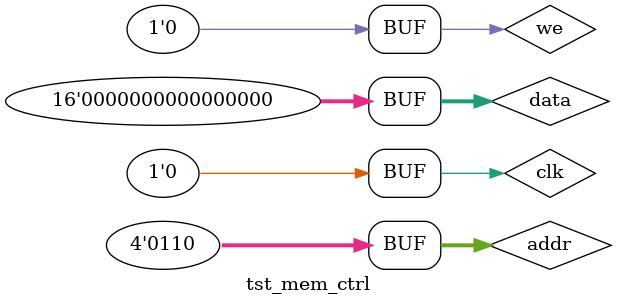
<source format=v>
module tst_mem_ctrl;

	// Inputs
	reg clk;
	reg we;
	reg [15:0] data;
	reg [3:0] addr;

    // Outputs
    wire [15:0] value;
    wire memory_ready;
    wire error;

	// Instantiate the Unit Under Test (UUT)
	memory_controller #(16, 4, 5) uut (
		.clk(clk), 
		.we(we), 
		.data(data), 
		.addr(addr),
        .value(value),
        .memory_ready(memory_ready),
        .error(error)
	);

	initial begin
		// Initialize Inputs
		clk = 0;
		we = 0;
		data = 0;
		addr = 0;

		// Wait 100 ns for global reset to finish
		#100;
        
		clk = 1; #5;
		clk = 0; #5;

        addr = 1;
        clk = 1; #5;
		clk = 0; #5;

        clk = 1; #5;
		clk = 0; #5;

        addr = 6;
        clk = 1; #5;
		clk = 0; #5;

        clk = 1; #5;
		clk = 0; #5;

        clk = 1; #5;
		clk = 0; #5;

	end
      
endmodule


</source>
